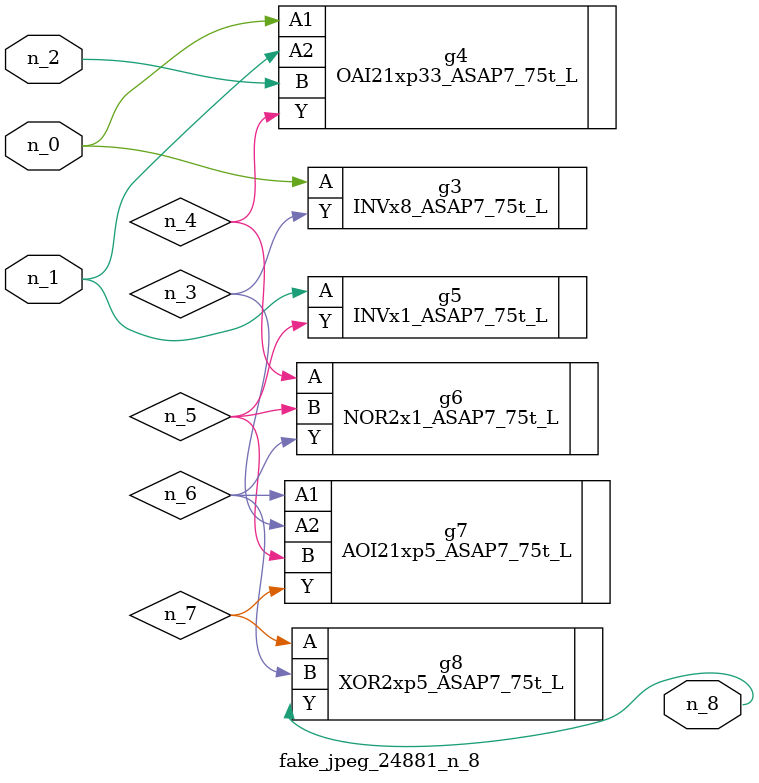
<source format=v>
module fake_jpeg_24881_n_8 (n_0, n_2, n_1, n_8);

input n_0;
input n_2;
input n_1;

output n_8;

wire n_3;
wire n_4;
wire n_6;
wire n_5;
wire n_7;

INVx8_ASAP7_75t_L g3 ( 
.A(n_0),
.Y(n_3)
);

OAI21xp33_ASAP7_75t_L g4 ( 
.A1(n_0),
.A2(n_1),
.B(n_2),
.Y(n_4)
);

INVx1_ASAP7_75t_L g5 ( 
.A(n_1),
.Y(n_5)
);

NOR2x1_ASAP7_75t_L g6 ( 
.A(n_4),
.B(n_5),
.Y(n_6)
);

AOI21xp5_ASAP7_75t_L g7 ( 
.A1(n_6),
.A2(n_3),
.B(n_5),
.Y(n_7)
);

XOR2xp5_ASAP7_75t_L g8 ( 
.A(n_7),
.B(n_6),
.Y(n_8)
);


endmodule
</source>
